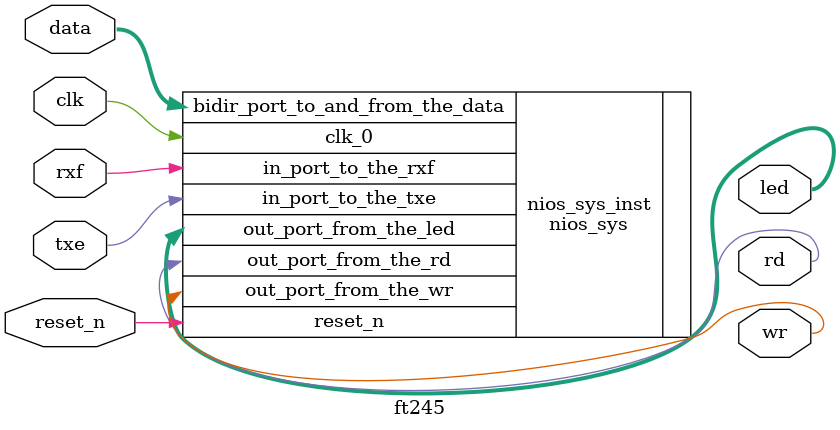
<source format=v>
module ft245(
				clk,
				reset_n,
				data,
				rd,
				wr,
				led,
				rxf,
				txe
             );
	input clk,reset_n;
	inout[7:0] data;
	output rd;
	output wr;
	output[7:0] led;
	input rxf;
	input txe;




  //Example instantiation for system 'nios_sys'
  nios_sys nios_sys_inst
    (
      .bidir_port_to_and_from_the_data (data),
      .clk_0                           (clk),
      .out_port_from_the_led           (led),
      .out_port_from_the_rd            (rd),
      .out_port_from_the_wr            (wr),
      .reset_n                         (reset_n),
		 .in_port_to_the_rxf              (rxf),
		 .in_port_to_the_txe              (txe),
    );

endmodule

</source>
